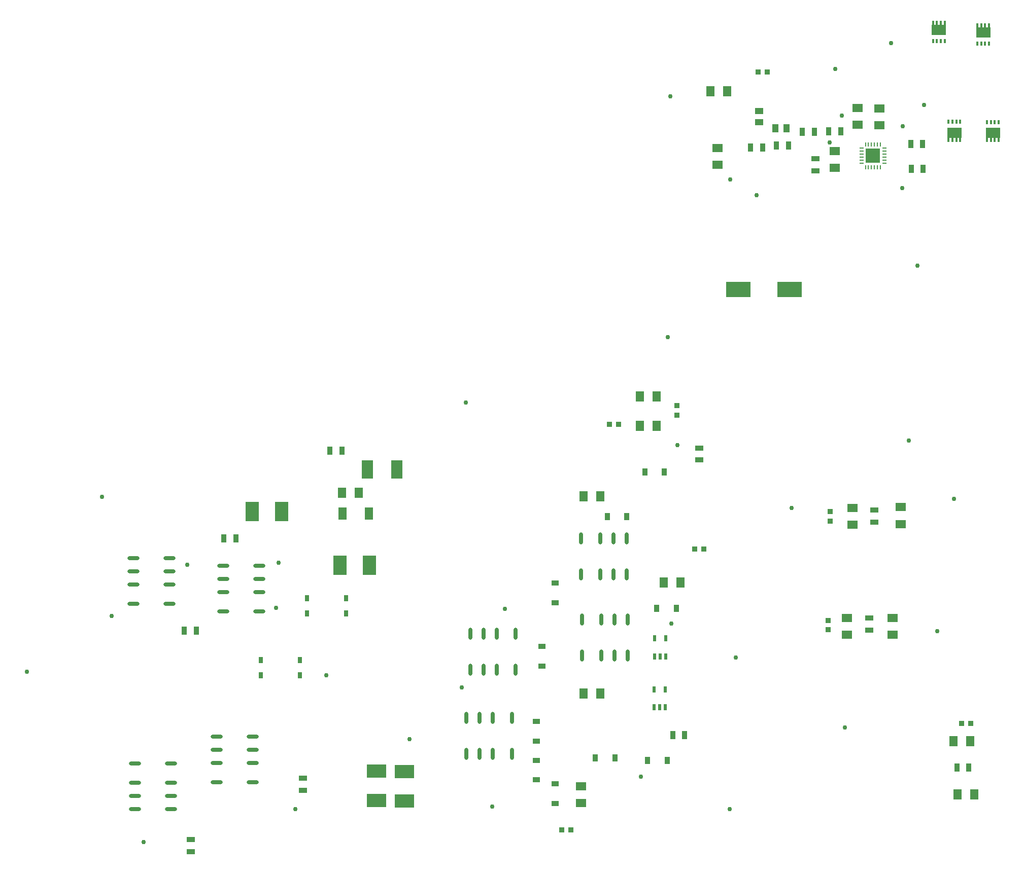
<source format=gtp>
G04*
G04 #@! TF.GenerationSoftware,Altium Limited,Altium Designer,21.7.2 (23)*
G04*
G04 Layer_Color=8421504*
%FSLAX25Y25*%
%MOIN*%
G70*
G04*
G04 #@! TF.SameCoordinates,1753F5FE-5082-4D15-9E76-917EA7E0E8BB*
G04*
G04*
G04 #@! TF.FilePolarity,Positive*
G04*
G01*
G75*
%ADD17C,0.03000*%
%ADD18R,0.03583X0.04803*%
%ADD19R,0.01654X0.02756*%
%ADD20R,0.09331X0.06732*%
%ADD21O,0.02756X0.07874*%
%ADD22R,0.04803X0.03583*%
%ADD23R,0.03543X0.05315*%
%ADD24R,0.00984X0.02756*%
%ADD25R,0.09646X0.09646*%
%ADD26R,0.02756X0.00984*%
%ADD27R,0.06890X0.05709*%
%ADD28R,0.05709X0.06890*%
%ADD29R,0.12795X0.08661*%
%ADD30O,0.07874X0.02756*%
%ADD31R,0.08661X0.12795*%
%ADD32R,0.05315X0.03543*%
%ADD33R,0.03543X0.03740*%
%ADD34R,0.03740X0.03543*%
%ADD35R,0.02362X0.03937*%
%ADD36R,0.07717X0.12402*%
%ADD37R,0.05512X0.08268*%
%ADD38R,0.03150X0.03937*%
%ADD39R,0.16339X0.09843*%
%ADD40R,0.04134X0.05512*%
%ADD41R,0.05512X0.04134*%
D17*
X432677Y-531496D02*
D03*
X205512Y-552756D02*
D03*
X452756Y-430709D02*
D03*
X105905Y-574409D02*
D03*
X134646Y-392126D02*
D03*
X78740Y-347638D02*
D03*
X450394Y-242520D02*
D03*
X456693Y-313386D02*
D03*
X618504Y-89764D02*
D03*
X508661Y-149213D02*
D03*
X451968Y-84252D02*
D03*
X560236Y-66142D02*
D03*
X556693Y-114567D02*
D03*
X491339Y-138976D02*
D03*
X604331Y-144488D02*
D03*
X604724Y-103937D02*
D03*
X608661Y-310630D02*
D03*
X638189Y-348819D02*
D03*
X597047Y-49016D02*
D03*
X614173Y-195669D02*
D03*
X566535Y-499213D02*
D03*
X564567Y-96850D02*
D03*
X335039Y-551181D02*
D03*
X192913Y-420472D02*
D03*
X343307Y-421260D02*
D03*
X194488Y-390945D02*
D03*
X225984Y-464961D02*
D03*
X314961Y-472835D02*
D03*
X317717Y-285433D02*
D03*
X531496Y-354724D02*
D03*
X490945Y-552756D02*
D03*
X85039Y-425984D02*
D03*
X627165Y-435827D02*
D03*
X494882Y-453150D02*
D03*
X280709Y-506693D02*
D03*
X29134Y-462598D02*
D03*
D18*
X450000Y-520866D02*
D03*
X437087D02*
D03*
X455905Y-420866D02*
D03*
X442992D02*
D03*
X410472Y-360630D02*
D03*
X423386D02*
D03*
X402598Y-519291D02*
D03*
X415512D02*
D03*
X448032Y-331102D02*
D03*
X435118D02*
D03*
D19*
X659941Y-101083D02*
D03*
X662500D02*
D03*
X665059D02*
D03*
X667618D02*
D03*
Y-112894D02*
D03*
X665059D02*
D03*
X659941D02*
D03*
X662500D02*
D03*
X637303Y-112795D02*
D03*
X634744D02*
D03*
X639862D02*
D03*
X642421D02*
D03*
Y-100984D02*
D03*
X639862D02*
D03*
X637303D02*
D03*
X634744D02*
D03*
X661319Y-49409D02*
D03*
X658760D02*
D03*
X656201D02*
D03*
X653642D02*
D03*
Y-37598D02*
D03*
X656201D02*
D03*
X661319D02*
D03*
X658760D02*
D03*
X629626Y-35925D02*
D03*
X632185D02*
D03*
X627067D02*
D03*
X624508D02*
D03*
Y-47736D02*
D03*
X627067D02*
D03*
X629626D02*
D03*
X632185D02*
D03*
D20*
X663779Y-108268D02*
D03*
X638583Y-108169D02*
D03*
X657480Y-42224D02*
D03*
X628346Y-40551D02*
D03*
D21*
X348031Y-492913D02*
D03*
X335433D02*
D03*
X326772D02*
D03*
X318110D02*
D03*
X348031Y-516535D02*
D03*
X335433Y-516535D02*
D03*
X326772D02*
D03*
X318110D02*
D03*
X350394Y-437402D02*
D03*
X337795D02*
D03*
X329134D02*
D03*
X320472D02*
D03*
X350394Y-461024D02*
D03*
X337795Y-461024D02*
D03*
X329134D02*
D03*
X320472D02*
D03*
X423228Y-374803D02*
D03*
X414567D02*
D03*
X405905D02*
D03*
X393307Y-374803D02*
D03*
X423228Y-398425D02*
D03*
X414567D02*
D03*
X405905D02*
D03*
X393307D02*
D03*
X394094Y-451968D02*
D03*
X406693D02*
D03*
X415354D02*
D03*
X424016D02*
D03*
X394094Y-428346D02*
D03*
X406693Y-428346D02*
D03*
X415354D02*
D03*
X424016D02*
D03*
D22*
X363779Y-495118D02*
D03*
Y-508032D02*
D03*
X367717Y-445905D02*
D03*
Y-458819D02*
D03*
X376378Y-536299D02*
D03*
Y-549213D02*
D03*
Y-417087D02*
D03*
Y-404173D02*
D03*
X363779Y-520709D02*
D03*
Y-533622D02*
D03*
D23*
X555905Y-107087D02*
D03*
X563779D02*
D03*
X140551Y-435433D02*
D03*
X132677D02*
D03*
X504724Y-117717D02*
D03*
X512598D02*
D03*
X521654Y-116535D02*
D03*
X529528D02*
D03*
X617717Y-115354D02*
D03*
X609842D02*
D03*
X618110Y-131890D02*
D03*
X610236D02*
D03*
X546457Y-107480D02*
D03*
X538583D02*
D03*
X461417Y-504331D02*
D03*
X453543D02*
D03*
X158661Y-374803D02*
D03*
X166535D02*
D03*
X236221Y-317323D02*
D03*
X228346D02*
D03*
X648032Y-525541D02*
D03*
X640158D02*
D03*
D24*
X586024Y-130709D02*
D03*
X589961D02*
D03*
X582087D02*
D03*
X587992D02*
D03*
X584055D02*
D03*
X580118D02*
D03*
X586024Y-115748D02*
D03*
X584055D02*
D03*
X580118D02*
D03*
X582087D02*
D03*
X587992D02*
D03*
X589961D02*
D03*
D25*
X585039Y-123228D02*
D03*
D26*
X592520Y-118307D02*
D03*
Y-120276D02*
D03*
Y-122244D02*
D03*
Y-124213D02*
D03*
Y-126181D02*
D03*
Y-128150D02*
D03*
X577559D02*
D03*
Y-126181D02*
D03*
Y-124213D02*
D03*
Y-122244D02*
D03*
Y-120276D02*
D03*
Y-118307D02*
D03*
D27*
X559842Y-120079D02*
D03*
Y-131102D02*
D03*
X393307Y-548819D02*
D03*
Y-537795D02*
D03*
X589370Y-92126D02*
D03*
Y-103150D02*
D03*
X574803Y-91732D02*
D03*
Y-102756D02*
D03*
X603150Y-354331D02*
D03*
Y-365354D02*
D03*
X571654Y-365748D02*
D03*
Y-354724D02*
D03*
X568110Y-438189D02*
D03*
Y-427165D02*
D03*
X598032D02*
D03*
Y-438189D02*
D03*
X483071Y-118110D02*
D03*
Y-129134D02*
D03*
D28*
X478346Y-80709D02*
D03*
X489370D02*
D03*
X431890Y-300787D02*
D03*
X442913D02*
D03*
X394882Y-347244D02*
D03*
X405905D02*
D03*
Y-476772D02*
D03*
X394882D02*
D03*
X637795Y-508268D02*
D03*
X648819D02*
D03*
X640551Y-543307D02*
D03*
X651575D02*
D03*
X431890Y-281496D02*
D03*
X442913D02*
D03*
X458661Y-403937D02*
D03*
X447638D02*
D03*
X247244Y-344882D02*
D03*
X236221D02*
D03*
D29*
X259055Y-527756D02*
D03*
Y-547047D02*
D03*
X277165Y-547441D02*
D03*
Y-528150D02*
D03*
D30*
X124016Y-552756D02*
D03*
Y-544095D02*
D03*
Y-535433D02*
D03*
X124016Y-522835D02*
D03*
X100394Y-552756D02*
D03*
Y-544095D02*
D03*
Y-535433D02*
D03*
Y-522835D02*
D03*
X153937Y-505118D02*
D03*
Y-513779D02*
D03*
Y-522441D02*
D03*
X153937Y-535039D02*
D03*
X177559Y-505118D02*
D03*
Y-513779D02*
D03*
Y-522441D02*
D03*
Y-535039D02*
D03*
X158268Y-392913D02*
D03*
Y-401575D02*
D03*
Y-410236D02*
D03*
X158268Y-422835D02*
D03*
X181890Y-392913D02*
D03*
Y-401575D02*
D03*
Y-410236D02*
D03*
Y-422835D02*
D03*
X99213Y-387795D02*
D03*
Y-396457D02*
D03*
Y-405118D02*
D03*
X99213Y-417717D02*
D03*
X122835Y-387795D02*
D03*
Y-396457D02*
D03*
Y-405118D02*
D03*
Y-417717D02*
D03*
D31*
X196457Y-357087D02*
D03*
X177165D02*
D03*
X234842Y-392520D02*
D03*
X254134D02*
D03*
D32*
X547244Y-125197D02*
D03*
Y-133071D02*
D03*
X470866Y-323228D02*
D03*
Y-315354D02*
D03*
X210630Y-540551D02*
D03*
Y-532677D02*
D03*
X585827Y-364173D02*
D03*
Y-356299D02*
D03*
X582677Y-435039D02*
D03*
Y-427165D02*
D03*
X137008Y-572835D02*
D03*
Y-580709D02*
D03*
D33*
X467815Y-381890D02*
D03*
X473917D02*
D03*
X411909Y-300000D02*
D03*
X418012D02*
D03*
X380512Y-566535D02*
D03*
X386614D02*
D03*
X643307Y-496457D02*
D03*
X649409D02*
D03*
X509547Y-68110D02*
D03*
X515650D02*
D03*
D34*
X456299Y-287598D02*
D03*
Y-293701D02*
D03*
X557087Y-357283D02*
D03*
Y-363386D02*
D03*
X555512Y-428740D02*
D03*
Y-434842D02*
D03*
D35*
X448622Y-485827D02*
D03*
X441142D02*
D03*
X448622Y-474016D02*
D03*
X441142D02*
D03*
X444882Y-485827D02*
D03*
X449016Y-452362D02*
D03*
X441535D02*
D03*
X449016Y-440551D02*
D03*
X441535D02*
D03*
X445276Y-452362D02*
D03*
D36*
X252933Y-329528D02*
D03*
X272264D02*
D03*
D37*
X236614Y-358661D02*
D03*
X253937D02*
D03*
D38*
X208465Y-464843D02*
D03*
Y-454843D02*
D03*
X182874Y-464843D02*
D03*
Y-454843D02*
D03*
X213189Y-414291D02*
D03*
Y-424291D02*
D03*
X238779Y-414291D02*
D03*
Y-424291D02*
D03*
D39*
X530217Y-211024D02*
D03*
X496555D02*
D03*
D40*
X520866Y-105118D02*
D03*
X528346D02*
D03*
D41*
X510236Y-93701D02*
D03*
Y-101181D02*
D03*
M02*

</source>
